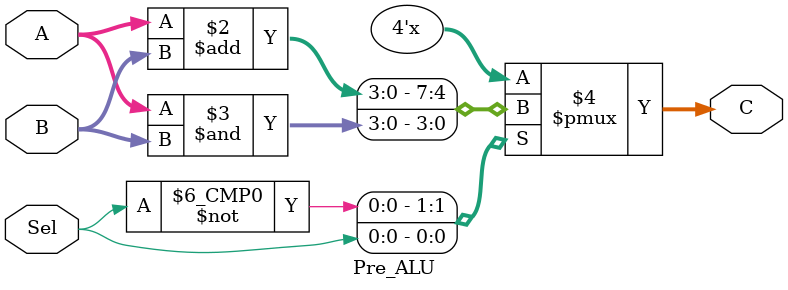
<source format=v>
module Pre_ALU (input [3:0]A, input [3:0]B, input Sel, output reg [3:0]C);
//2
//NA
//3 Assign, Bloques secuenciales, instancias

always @ (A) 
begin
	case (Sel) //No usa Begin, pero si lleva endcase
	1'b 0: C = A + B;
	1'b 1: C = A & B;
	endcase
end
endmodule
</source>
